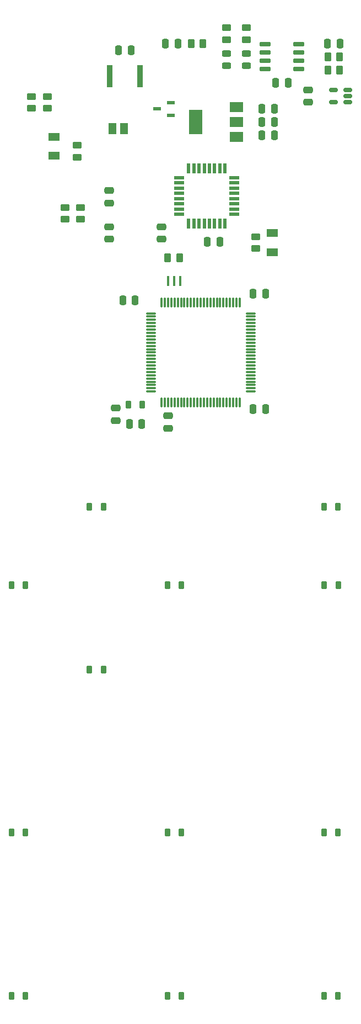
<source format=gbr>
%TF.GenerationSoftware,KiCad,Pcbnew,(6.0.8)*%
%TF.CreationDate,2022-11-02T23:41:58+01:00*%
%TF.ProjectId,crane,6372616e-652e-46b6-9963-61645f706362,rev?*%
%TF.SameCoordinates,Original*%
%TF.FileFunction,Paste,Bot*%
%TF.FilePolarity,Positive*%
%FSLAX46Y46*%
G04 Gerber Fmt 4.6, Leading zero omitted, Abs format (unit mm)*
G04 Created by KiCad (PCBNEW (6.0.8)) date 2022-11-02 23:41:58*
%MOMM*%
%LPD*%
G01*
G04 APERTURE LIST*
G04 Aperture macros list*
%AMRoundRect*
0 Rectangle with rounded corners*
0 $1 Rounding radius*
0 $2 $3 $4 $5 $6 $7 $8 $9 X,Y pos of 4 corners*
0 Add a 4 corners polygon primitive as box body*
4,1,4,$2,$3,$4,$5,$6,$7,$8,$9,$2,$3,0*
0 Add four circle primitives for the rounded corners*
1,1,$1+$1,$2,$3*
1,1,$1+$1,$4,$5*
1,1,$1+$1,$6,$7*
1,1,$1+$1,$8,$9*
0 Add four rect primitives between the rounded corners*
20,1,$1+$1,$2,$3,$4,$5,0*
20,1,$1+$1,$4,$5,$6,$7,0*
20,1,$1+$1,$6,$7,$8,$9,0*
20,1,$1+$1,$8,$9,$2,$3,0*%
G04 Aperture macros list end*
%ADD10RoundRect,0.218750X-0.218750X-0.381250X0.218750X-0.381250X0.218750X0.381250X-0.218750X0.381250X0*%
%ADD11RoundRect,0.250000X-0.250000X-0.475000X0.250000X-0.475000X0.250000X0.475000X-0.250000X0.475000X0*%
%ADD12RoundRect,0.250000X0.250000X0.475000X-0.250000X0.475000X-0.250000X-0.475000X0.250000X-0.475000X0*%
%ADD13R,1.150000X1.800000*%
%ADD14RoundRect,0.250000X0.262500X0.450000X-0.262500X0.450000X-0.262500X-0.450000X0.262500X-0.450000X0*%
%ADD15R,1.168400X0.533400*%
%ADD16R,2.000000X1.500000*%
%ADD17R,2.000000X3.800000*%
%ADD18RoundRect,0.150000X-0.725000X-0.150000X0.725000X-0.150000X0.725000X0.150000X-0.725000X0.150000X0*%
%ADD19R,0.300000X1.600000*%
%ADD20R,1.700000X1.200000*%
%ADD21RoundRect,0.250000X0.450000X-0.262500X0.450000X0.262500X-0.450000X0.262500X-0.450000X-0.262500X0*%
%ADD22RoundRect,0.250000X-0.262500X-0.450000X0.262500X-0.450000X0.262500X0.450000X-0.262500X0.450000X0*%
%ADD23RoundRect,0.250000X0.475000X-0.250000X0.475000X0.250000X-0.475000X0.250000X-0.475000X-0.250000X0*%
%ADD24RoundRect,0.075000X-0.662500X-0.075000X0.662500X-0.075000X0.662500X0.075000X-0.662500X0.075000X0*%
%ADD25RoundRect,0.075000X-0.075000X-0.662500X0.075000X-0.662500X0.075000X0.662500X-0.075000X0.662500X0*%
%ADD26RoundRect,0.250000X-0.450000X0.262500X-0.450000X-0.262500X0.450000X-0.262500X0.450000X0.262500X0*%
%ADD27RoundRect,0.250000X-0.475000X0.250000X-0.475000X-0.250000X0.475000X-0.250000X0.475000X0.250000X0*%
%ADD28RoundRect,0.150000X0.512500X0.150000X-0.512500X0.150000X-0.512500X-0.150000X0.512500X-0.150000X0*%
%ADD29RoundRect,0.243750X0.456250X-0.243750X0.456250X0.243750X-0.456250X0.243750X-0.456250X-0.243750X0*%
%ADD30RoundRect,0.218750X0.218750X0.381250X-0.218750X0.381250X-0.218750X-0.381250X0.218750X-0.381250X0*%
%ADD31R,0.850000X3.430000*%
%ADD32R,1.600000X0.550000*%
%ADD33R,0.550000X1.600000*%
G04 APERTURE END LIST*
D10*
%TO.C,D7*%
X124937500Y-218000000D03*
X127062500Y-218000000D03*
%TD*%
D11*
%TO.C,C1*%
X165550000Y-103000000D03*
X167450000Y-103000000D03*
%TD*%
D10*
%TO.C,D3*%
X136937500Y-168000000D03*
X139062500Y-168000000D03*
%TD*%
D12*
%TO.C,C7*%
X163950000Y-135337500D03*
X162050000Y-135337500D03*
%TD*%
%TO.C,C9*%
X165312500Y-109000000D03*
X163412500Y-109000000D03*
%TD*%
D13*
%TO.C,FB1*%
X140462500Y-110000000D03*
X142262500Y-110000000D03*
%TD*%
D10*
%TO.C,D11*%
X148937500Y-243000000D03*
X151062500Y-243000000D03*
%TD*%
D12*
%TO.C,C10*%
X165312500Y-107000000D03*
X163412500Y-107000000D03*
%TD*%
D14*
%TO.C,R3*%
X175362500Y-101000000D03*
X173537500Y-101000000D03*
%TD*%
D15*
%TO.C,IC1*%
X149454700Y-106060200D03*
X149454700Y-107939800D03*
X147270300Y-107000000D03*
%TD*%
D16*
%TO.C,U4*%
X159512500Y-111300000D03*
D17*
X153212500Y-109000000D03*
D16*
X159512500Y-109000000D03*
X159512500Y-106700000D03*
%TD*%
D18*
%TO.C,U2*%
X163925000Y-100905000D03*
X163925000Y-99635000D03*
X163925000Y-98365000D03*
X163925000Y-97095000D03*
X169075000Y-97095000D03*
X169075000Y-98365000D03*
X169075000Y-99635000D03*
X169075000Y-100905000D03*
%TD*%
D10*
%TO.C,D4*%
X136937500Y-193000000D03*
X139062500Y-193000000D03*
%TD*%
D19*
%TO.C,Y1*%
X150900000Y-133337500D03*
X149950000Y-133337500D03*
X149000000Y-133337500D03*
%TD*%
D12*
%TO.C,C6*%
X163950000Y-153000000D03*
X162050000Y-153000000D03*
%TD*%
D20*
%TO.C,D14*%
X131500000Y-111300000D03*
X131500000Y-114200000D03*
%TD*%
D10*
%TO.C,D2*%
X124937500Y-180000000D03*
X127062500Y-180000000D03*
%TD*%
D21*
%TO.C,R12*%
X161000000Y-96350000D03*
X161000000Y-94525000D03*
%TD*%
D10*
%TO.C,D12*%
X172937500Y-243000000D03*
X175062500Y-243000000D03*
%TD*%
D22*
%TO.C,R1*%
X148950000Y-129837500D03*
X150775000Y-129837500D03*
%TD*%
D14*
%TO.C,R10*%
X154362500Y-97000000D03*
X152537500Y-97000000D03*
%TD*%
D23*
%TO.C,C14*%
X139950000Y-126950000D03*
X139950000Y-125050000D03*
%TD*%
D21*
%TO.C,R9*%
X135500000Y-123912500D03*
X135500000Y-122087500D03*
%TD*%
D10*
%TO.C,D5*%
X148937500Y-180000000D03*
X151062500Y-180000000D03*
%TD*%
D24*
%TO.C,U3*%
X146337500Y-150337500D03*
X146337500Y-149837500D03*
X146337500Y-149337500D03*
X146337500Y-148837500D03*
X146337500Y-148337500D03*
X146337500Y-147837500D03*
X146337500Y-147337500D03*
X146337500Y-146837500D03*
X146337500Y-146337500D03*
X146337500Y-145837500D03*
X146337500Y-145337500D03*
X146337500Y-144837500D03*
X146337500Y-144337500D03*
X146337500Y-143837500D03*
X146337500Y-143337500D03*
X146337500Y-142837500D03*
X146337500Y-142337500D03*
X146337500Y-141837500D03*
X146337500Y-141337500D03*
X146337500Y-140837500D03*
X146337500Y-140337500D03*
X146337500Y-139837500D03*
X146337500Y-139337500D03*
X146337500Y-138837500D03*
X146337500Y-138337500D03*
D25*
X148000000Y-136675000D03*
X148500000Y-136675000D03*
X149000000Y-136675000D03*
X149500000Y-136675000D03*
X150000000Y-136675000D03*
X150500000Y-136675000D03*
X151000000Y-136675000D03*
X151500000Y-136675000D03*
X152000000Y-136675000D03*
X152500000Y-136675000D03*
X153000000Y-136675000D03*
X153500000Y-136675000D03*
X154000000Y-136675000D03*
X154500000Y-136675000D03*
X155000000Y-136675000D03*
X155500000Y-136675000D03*
X156000000Y-136675000D03*
X156500000Y-136675000D03*
X157000000Y-136675000D03*
X157500000Y-136675000D03*
X158000000Y-136675000D03*
X158500000Y-136675000D03*
X159000000Y-136675000D03*
X159500000Y-136675000D03*
X160000000Y-136675000D03*
D24*
X161662500Y-138337500D03*
X161662500Y-138837500D03*
X161662500Y-139337500D03*
X161662500Y-139837500D03*
X161662500Y-140337500D03*
X161662500Y-140837500D03*
X161662500Y-141337500D03*
X161662500Y-141837500D03*
X161662500Y-142337500D03*
X161662500Y-142837500D03*
X161662500Y-143337500D03*
X161662500Y-143837500D03*
X161662500Y-144337500D03*
X161662500Y-144837500D03*
X161662500Y-145337500D03*
X161662500Y-145837500D03*
X161662500Y-146337500D03*
X161662500Y-146837500D03*
X161662500Y-147337500D03*
X161662500Y-147837500D03*
X161662500Y-148337500D03*
X161662500Y-148837500D03*
X161662500Y-149337500D03*
X161662500Y-149837500D03*
X161662500Y-150337500D03*
D25*
X160000000Y-152000000D03*
X159500000Y-152000000D03*
X159000000Y-152000000D03*
X158500000Y-152000000D03*
X158000000Y-152000000D03*
X157500000Y-152000000D03*
X157000000Y-152000000D03*
X156500000Y-152000000D03*
X156000000Y-152000000D03*
X155500000Y-152000000D03*
X155000000Y-152000000D03*
X154500000Y-152000000D03*
X154000000Y-152000000D03*
X153500000Y-152000000D03*
X153000000Y-152000000D03*
X152500000Y-152000000D03*
X152000000Y-152000000D03*
X151500000Y-152000000D03*
X151000000Y-152000000D03*
X150500000Y-152000000D03*
X150000000Y-152000000D03*
X149500000Y-152000000D03*
X149000000Y-152000000D03*
X148500000Y-152000000D03*
X148000000Y-152000000D03*
%TD*%
D23*
%TO.C,C5*%
X149000000Y-155950000D03*
X149000000Y-154050000D03*
%TD*%
D21*
%TO.C,R11*%
X158000000Y-96350000D03*
X158000000Y-94525000D03*
%TD*%
D22*
%TO.C,R2*%
X173537500Y-99000000D03*
X175362500Y-99000000D03*
%TD*%
D26*
%TO.C,R6*%
X130500000Y-105087500D03*
X130500000Y-106912500D03*
%TD*%
D21*
%TO.C,R8*%
X133200000Y-123912500D03*
X133200000Y-122087500D03*
%TD*%
D10*
%TO.C,D9*%
X172937500Y-218000000D03*
X175062500Y-218000000D03*
%TD*%
D27*
%TO.C,C15*%
X139950000Y-119500000D03*
X139950000Y-121400000D03*
%TD*%
D26*
%TO.C,R4*%
X162500000Y-126587500D03*
X162500000Y-128412500D03*
%TD*%
D23*
%TO.C,C12*%
X170500000Y-105950000D03*
X170500000Y-104050000D03*
%TD*%
D28*
%TO.C,U5*%
X176637500Y-104050000D03*
X176637500Y-105000000D03*
X176637500Y-105950000D03*
X174362500Y-105950000D03*
X174362500Y-104050000D03*
%TD*%
D12*
%TO.C,C13*%
X143312500Y-98000000D03*
X141412500Y-98000000D03*
%TD*%
D29*
%TO.C,D15*%
X158000000Y-100375000D03*
X158000000Y-98500000D03*
%TD*%
D10*
%TO.C,D10*%
X124937500Y-243000000D03*
X127062500Y-243000000D03*
%TD*%
D23*
%TO.C,C4*%
X140950000Y-154787500D03*
X140950000Y-152887500D03*
%TD*%
D26*
%TO.C,R5*%
X128000000Y-105087500D03*
X128000000Y-106912500D03*
%TD*%
D20*
%TO.C,D13*%
X165000000Y-128950000D03*
X165000000Y-126050000D03*
%TD*%
D27*
%TO.C,C17*%
X148000000Y-125050000D03*
X148000000Y-126950000D03*
%TD*%
D11*
%TO.C,C2*%
X143050000Y-155337500D03*
X144950000Y-155337500D03*
%TD*%
D30*
%TO.C,L1*%
X145062500Y-152337500D03*
X142937500Y-152337500D03*
%TD*%
D10*
%TO.C,D1*%
X172937500Y-168000000D03*
X175062500Y-168000000D03*
%TD*%
%TO.C,D8*%
X148937500Y-218000000D03*
X151062500Y-218000000D03*
%TD*%
D12*
%TO.C,C18*%
X150487500Y-97000000D03*
X148587500Y-97000000D03*
%TD*%
%TO.C,C8*%
X165312500Y-111000000D03*
X163412500Y-111000000D03*
%TD*%
%TO.C,C3*%
X175400000Y-97000000D03*
X173500000Y-97000000D03*
%TD*%
D21*
%TO.C,R7*%
X135000000Y-114412500D03*
X135000000Y-112587500D03*
%TD*%
D29*
%TO.C,D16*%
X161000000Y-100375000D03*
X161000000Y-98500000D03*
%TD*%
D31*
%TO.C,F1*%
X140062500Y-102000000D03*
X144662500Y-102000000D03*
%TD*%
D12*
%TO.C,C11*%
X143950000Y-136337500D03*
X142050000Y-136337500D03*
%TD*%
D10*
%TO.C,D6*%
X173000000Y-180000000D03*
X175125000Y-180000000D03*
%TD*%
D11*
%TO.C,C16*%
X155050000Y-127337500D03*
X156950000Y-127337500D03*
%TD*%
D32*
%TO.C,U6*%
X150700000Y-123137500D03*
X150700000Y-122337500D03*
X150700000Y-121537500D03*
X150700000Y-120737500D03*
X150700000Y-119937500D03*
X150700000Y-119137500D03*
X150700000Y-118337500D03*
X150700000Y-117537500D03*
D33*
X152150000Y-116087500D03*
X152950000Y-116087500D03*
X153750000Y-116087500D03*
X154550000Y-116087500D03*
X155350000Y-116087500D03*
X156150000Y-116087500D03*
X156950000Y-116087500D03*
X157750000Y-116087500D03*
D32*
X159200000Y-117537500D03*
X159200000Y-118337500D03*
X159200000Y-119137500D03*
X159200000Y-119937500D03*
X159200000Y-120737500D03*
X159200000Y-121537500D03*
X159200000Y-122337500D03*
X159200000Y-123137500D03*
D33*
X157750000Y-124587500D03*
X156950000Y-124587500D03*
X156150000Y-124587500D03*
X155350000Y-124587500D03*
X154550000Y-124587500D03*
X153750000Y-124587500D03*
X152950000Y-124587500D03*
X152150000Y-124587500D03*
%TD*%
M02*

</source>
